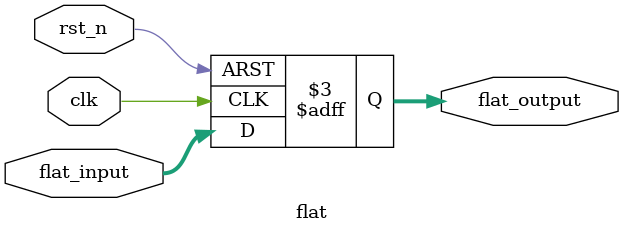
<source format=v>
module	flat(
	input clk,
	input rst_n,
	input [4*8*8*16-1:0] flat_input,
	output reg [256*16-1:0] flat_output
);

always @(posedge clk or negedge rst_n) begin
	if(!rst_n) begin
		flat_output <= 4096'd0;
	end
	else begin
		//flat_output[i] <= flat_input[((16*(i+1))-1):((16*(i+1))-16)];
		flat_output <= flat_input;
	end
end

endmodule
</source>
